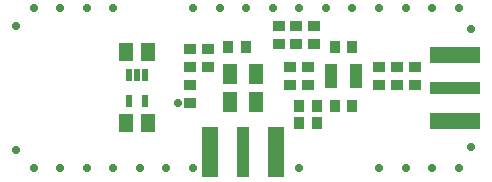
<source format=gbs>
G04*
G04 #@! TF.GenerationSoftware,Altium Limited,Altium Designer,20.1.14 (287)*
G04*
G04 Layer_Color=8150272*
%FSLAX43Y43*%
%MOMM*%
G71*
G04*
G04 #@! TF.SameCoordinates,8E6D0AED-6584-4932-AFB8-F401DEA6884B*
G04*
G04*
G04 #@! TF.FilePolarity,Negative*
G04*
G01*
G75*
%ADD19R,4.303X1.453*%
%ADD20R,1.453X4.303*%
%ADD23R,0.903X1.103*%
%ADD24C,0.703*%
%ADD37R,4.303X1.103*%
%ADD38R,1.103X0.903*%
%ADD39R,1.003X0.653*%
%ADD40R,1.103X4.303*%
%ADD41R,1.203X1.703*%
%ADD42R,1.203X1.603*%
%ADD43R,0.603X1.103*%
D19*
X17950Y2775D02*
D03*
Y-2775D02*
D03*
D20*
X2775Y-5450D02*
D03*
X-2775D02*
D03*
D23*
X7750Y-1500D02*
D03*
X9250D02*
D03*
X4750Y-1500D02*
D03*
X6250D02*
D03*
Y-3000D02*
D03*
X4750D02*
D03*
X9250Y3500D02*
D03*
X7750D02*
D03*
X-1250D02*
D03*
X250D02*
D03*
D24*
X-5500Y-1250D02*
D03*
X-11000Y6750D02*
D03*
X-4250D02*
D03*
X-19250Y-5250D02*
D03*
Y5250D02*
D03*
X19250Y5000D02*
D03*
Y-5000D02*
D03*
X18250Y-6750D02*
D03*
X16000D02*
D03*
X13750D02*
D03*
X11500D02*
D03*
X4750D02*
D03*
X18250Y6750D02*
D03*
X16000D02*
D03*
X13750D02*
D03*
X11500D02*
D03*
X9250D02*
D03*
X7000D02*
D03*
X4750D02*
D03*
X2500D02*
D03*
X250D02*
D03*
X-2000D02*
D03*
X-13250D02*
D03*
X-15500D02*
D03*
X-17750D02*
D03*
Y-6750D02*
D03*
X-15500D02*
D03*
X-13250D02*
D03*
X-11000D02*
D03*
X-8750D02*
D03*
X-6500D02*
D03*
X-4250D02*
D03*
D37*
X17950Y0D02*
D03*
D38*
X14500Y1750D02*
D03*
Y250D02*
D03*
X13000D02*
D03*
Y1750D02*
D03*
X11500D02*
D03*
Y250D02*
D03*
X5500Y1750D02*
D03*
Y250D02*
D03*
X4000Y1750D02*
D03*
Y250D02*
D03*
X6000Y5250D02*
D03*
Y3750D02*
D03*
X4500Y5250D02*
D03*
Y3750D02*
D03*
X3000D02*
D03*
Y5250D02*
D03*
X-3000Y3250D02*
D03*
Y1750D02*
D03*
X-4500D02*
D03*
Y3250D02*
D03*
Y250D02*
D03*
Y-1250D02*
D03*
D39*
X9575Y350D02*
D03*
Y1000D02*
D03*
Y1650D02*
D03*
X7425D02*
D03*
Y1000D02*
D03*
Y350D02*
D03*
D40*
X0Y-5450D02*
D03*
D41*
X-1100Y-1200D02*
D03*
X1100D02*
D03*
Y1200D02*
D03*
X-1100D02*
D03*
D42*
X-9900Y3000D02*
D03*
X-8100D02*
D03*
X-9900Y-3000D02*
D03*
X-8100D02*
D03*
D43*
X-9650Y1100D02*
D03*
X-9000D02*
D03*
X-8350D02*
D03*
Y-1100D02*
D03*
X-9650D02*
D03*
M02*

</source>
